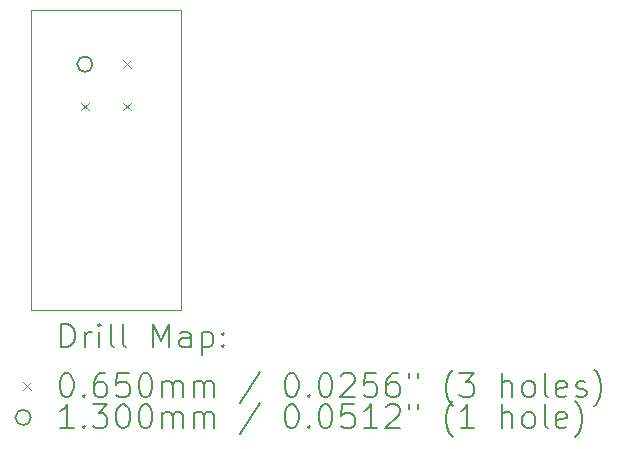
<source format=gbr>
%TF.GenerationSoftware,KiCad,Pcbnew,(6.0.7)*%
%TF.CreationDate,2022-08-12T15:34:31-07:00*%
%TF.ProjectId,mlx90614-breakout,6d6c7839-3036-4313-942d-627265616b6f,rev?*%
%TF.SameCoordinates,Original*%
%TF.FileFunction,Drillmap*%
%TF.FilePolarity,Positive*%
%FSLAX45Y45*%
G04 Gerber Fmt 4.5, Leading zero omitted, Abs format (unit mm)*
G04 Created by KiCad (PCBNEW (6.0.7)) date 2022-08-12 15:34:31*
%MOMM*%
%LPD*%
G01*
G04 APERTURE LIST*
%ADD10C,0.050000*%
%ADD11C,0.200000*%
%ADD12C,0.065000*%
%ADD13C,0.130000*%
G04 APERTURE END LIST*
D10*
X10460000Y-5810000D02*
X11730000Y-5810000D01*
X11730000Y-5810000D02*
X11730000Y-8350000D01*
X10460000Y-5810000D02*
X10460000Y-8350000D01*
X10460000Y-8350000D02*
X11730000Y-8350000D01*
D11*
D12*
X10882895Y-6592105D02*
X10947895Y-6657105D01*
X10947895Y-6592105D02*
X10882895Y-6657105D01*
X11242105Y-6232895D02*
X11307105Y-6297895D01*
X11307105Y-6232895D02*
X11242105Y-6297895D01*
X11242105Y-6592105D02*
X11307105Y-6657105D01*
X11307105Y-6592105D02*
X11242105Y-6657105D01*
D13*
X10980395Y-6265395D02*
G75*
G03*
X10980395Y-6265395I-65000J0D01*
G01*
D11*
X10715119Y-8662976D02*
X10715119Y-8462976D01*
X10762738Y-8462976D01*
X10791309Y-8472500D01*
X10810357Y-8491548D01*
X10819881Y-8510595D01*
X10829405Y-8548691D01*
X10829405Y-8577262D01*
X10819881Y-8615357D01*
X10810357Y-8634405D01*
X10791309Y-8653452D01*
X10762738Y-8662976D01*
X10715119Y-8662976D01*
X10915119Y-8662976D02*
X10915119Y-8529643D01*
X10915119Y-8567738D02*
X10924643Y-8548691D01*
X10934167Y-8539167D01*
X10953214Y-8529643D01*
X10972262Y-8529643D01*
X11038928Y-8662976D02*
X11038928Y-8529643D01*
X11038928Y-8462976D02*
X11029405Y-8472500D01*
X11038928Y-8482024D01*
X11048452Y-8472500D01*
X11038928Y-8462976D01*
X11038928Y-8482024D01*
X11162738Y-8662976D02*
X11143690Y-8653452D01*
X11134167Y-8634405D01*
X11134167Y-8462976D01*
X11267500Y-8662976D02*
X11248452Y-8653452D01*
X11238928Y-8634405D01*
X11238928Y-8462976D01*
X11496071Y-8662976D02*
X11496071Y-8462976D01*
X11562738Y-8605833D01*
X11629405Y-8462976D01*
X11629405Y-8662976D01*
X11810357Y-8662976D02*
X11810357Y-8558214D01*
X11800833Y-8539167D01*
X11781786Y-8529643D01*
X11743690Y-8529643D01*
X11724643Y-8539167D01*
X11810357Y-8653452D02*
X11791309Y-8662976D01*
X11743690Y-8662976D01*
X11724643Y-8653452D01*
X11715119Y-8634405D01*
X11715119Y-8615357D01*
X11724643Y-8596310D01*
X11743690Y-8586786D01*
X11791309Y-8586786D01*
X11810357Y-8577262D01*
X11905595Y-8529643D02*
X11905595Y-8729643D01*
X11905595Y-8539167D02*
X11924643Y-8529643D01*
X11962738Y-8529643D01*
X11981786Y-8539167D01*
X11991309Y-8548691D01*
X12000833Y-8567738D01*
X12000833Y-8624881D01*
X11991309Y-8643929D01*
X11981786Y-8653452D01*
X11962738Y-8662976D01*
X11924643Y-8662976D01*
X11905595Y-8653452D01*
X12086547Y-8643929D02*
X12096071Y-8653452D01*
X12086547Y-8662976D01*
X12077024Y-8653452D01*
X12086547Y-8643929D01*
X12086547Y-8662976D01*
X12086547Y-8539167D02*
X12096071Y-8548691D01*
X12086547Y-8558214D01*
X12077024Y-8548691D01*
X12086547Y-8539167D01*
X12086547Y-8558214D01*
D12*
X10392500Y-8960000D02*
X10457500Y-9025000D01*
X10457500Y-8960000D02*
X10392500Y-9025000D01*
D11*
X10753214Y-8882976D02*
X10772262Y-8882976D01*
X10791309Y-8892500D01*
X10800833Y-8902024D01*
X10810357Y-8921072D01*
X10819881Y-8959167D01*
X10819881Y-9006786D01*
X10810357Y-9044881D01*
X10800833Y-9063929D01*
X10791309Y-9073452D01*
X10772262Y-9082976D01*
X10753214Y-9082976D01*
X10734167Y-9073452D01*
X10724643Y-9063929D01*
X10715119Y-9044881D01*
X10705595Y-9006786D01*
X10705595Y-8959167D01*
X10715119Y-8921072D01*
X10724643Y-8902024D01*
X10734167Y-8892500D01*
X10753214Y-8882976D01*
X10905595Y-9063929D02*
X10915119Y-9073452D01*
X10905595Y-9082976D01*
X10896071Y-9073452D01*
X10905595Y-9063929D01*
X10905595Y-9082976D01*
X11086548Y-8882976D02*
X11048452Y-8882976D01*
X11029405Y-8892500D01*
X11019881Y-8902024D01*
X11000833Y-8930595D01*
X10991309Y-8968691D01*
X10991309Y-9044881D01*
X11000833Y-9063929D01*
X11010357Y-9073452D01*
X11029405Y-9082976D01*
X11067500Y-9082976D01*
X11086548Y-9073452D01*
X11096071Y-9063929D01*
X11105595Y-9044881D01*
X11105595Y-8997262D01*
X11096071Y-8978214D01*
X11086548Y-8968691D01*
X11067500Y-8959167D01*
X11029405Y-8959167D01*
X11010357Y-8968691D01*
X11000833Y-8978214D01*
X10991309Y-8997262D01*
X11286547Y-8882976D02*
X11191309Y-8882976D01*
X11181786Y-8978214D01*
X11191309Y-8968691D01*
X11210357Y-8959167D01*
X11257976Y-8959167D01*
X11277024Y-8968691D01*
X11286547Y-8978214D01*
X11296071Y-8997262D01*
X11296071Y-9044881D01*
X11286547Y-9063929D01*
X11277024Y-9073452D01*
X11257976Y-9082976D01*
X11210357Y-9082976D01*
X11191309Y-9073452D01*
X11181786Y-9063929D01*
X11419881Y-8882976D02*
X11438928Y-8882976D01*
X11457976Y-8892500D01*
X11467500Y-8902024D01*
X11477024Y-8921072D01*
X11486547Y-8959167D01*
X11486547Y-9006786D01*
X11477024Y-9044881D01*
X11467500Y-9063929D01*
X11457976Y-9073452D01*
X11438928Y-9082976D01*
X11419881Y-9082976D01*
X11400833Y-9073452D01*
X11391309Y-9063929D01*
X11381786Y-9044881D01*
X11372262Y-9006786D01*
X11372262Y-8959167D01*
X11381786Y-8921072D01*
X11391309Y-8902024D01*
X11400833Y-8892500D01*
X11419881Y-8882976D01*
X11572262Y-9082976D02*
X11572262Y-8949643D01*
X11572262Y-8968691D02*
X11581786Y-8959167D01*
X11600833Y-8949643D01*
X11629405Y-8949643D01*
X11648452Y-8959167D01*
X11657976Y-8978214D01*
X11657976Y-9082976D01*
X11657976Y-8978214D02*
X11667500Y-8959167D01*
X11686547Y-8949643D01*
X11715119Y-8949643D01*
X11734166Y-8959167D01*
X11743690Y-8978214D01*
X11743690Y-9082976D01*
X11838928Y-9082976D02*
X11838928Y-8949643D01*
X11838928Y-8968691D02*
X11848452Y-8959167D01*
X11867500Y-8949643D01*
X11896071Y-8949643D01*
X11915119Y-8959167D01*
X11924643Y-8978214D01*
X11924643Y-9082976D01*
X11924643Y-8978214D02*
X11934166Y-8959167D01*
X11953214Y-8949643D01*
X11981786Y-8949643D01*
X12000833Y-8959167D01*
X12010357Y-8978214D01*
X12010357Y-9082976D01*
X12400833Y-8873452D02*
X12229405Y-9130595D01*
X12657976Y-8882976D02*
X12677024Y-8882976D01*
X12696071Y-8892500D01*
X12705595Y-8902024D01*
X12715119Y-8921072D01*
X12724643Y-8959167D01*
X12724643Y-9006786D01*
X12715119Y-9044881D01*
X12705595Y-9063929D01*
X12696071Y-9073452D01*
X12677024Y-9082976D01*
X12657976Y-9082976D01*
X12638928Y-9073452D01*
X12629405Y-9063929D01*
X12619881Y-9044881D01*
X12610357Y-9006786D01*
X12610357Y-8959167D01*
X12619881Y-8921072D01*
X12629405Y-8902024D01*
X12638928Y-8892500D01*
X12657976Y-8882976D01*
X12810357Y-9063929D02*
X12819881Y-9073452D01*
X12810357Y-9082976D01*
X12800833Y-9073452D01*
X12810357Y-9063929D01*
X12810357Y-9082976D01*
X12943690Y-8882976D02*
X12962738Y-8882976D01*
X12981786Y-8892500D01*
X12991309Y-8902024D01*
X13000833Y-8921072D01*
X13010357Y-8959167D01*
X13010357Y-9006786D01*
X13000833Y-9044881D01*
X12991309Y-9063929D01*
X12981786Y-9073452D01*
X12962738Y-9082976D01*
X12943690Y-9082976D01*
X12924643Y-9073452D01*
X12915119Y-9063929D01*
X12905595Y-9044881D01*
X12896071Y-9006786D01*
X12896071Y-8959167D01*
X12905595Y-8921072D01*
X12915119Y-8902024D01*
X12924643Y-8892500D01*
X12943690Y-8882976D01*
X13086547Y-8902024D02*
X13096071Y-8892500D01*
X13115119Y-8882976D01*
X13162738Y-8882976D01*
X13181786Y-8892500D01*
X13191309Y-8902024D01*
X13200833Y-8921072D01*
X13200833Y-8940119D01*
X13191309Y-8968691D01*
X13077024Y-9082976D01*
X13200833Y-9082976D01*
X13381786Y-8882976D02*
X13286547Y-8882976D01*
X13277024Y-8978214D01*
X13286547Y-8968691D01*
X13305595Y-8959167D01*
X13353214Y-8959167D01*
X13372262Y-8968691D01*
X13381786Y-8978214D01*
X13391309Y-8997262D01*
X13391309Y-9044881D01*
X13381786Y-9063929D01*
X13372262Y-9073452D01*
X13353214Y-9082976D01*
X13305595Y-9082976D01*
X13286547Y-9073452D01*
X13277024Y-9063929D01*
X13562738Y-8882976D02*
X13524643Y-8882976D01*
X13505595Y-8892500D01*
X13496071Y-8902024D01*
X13477024Y-8930595D01*
X13467500Y-8968691D01*
X13467500Y-9044881D01*
X13477024Y-9063929D01*
X13486547Y-9073452D01*
X13505595Y-9082976D01*
X13543690Y-9082976D01*
X13562738Y-9073452D01*
X13572262Y-9063929D01*
X13581786Y-9044881D01*
X13581786Y-8997262D01*
X13572262Y-8978214D01*
X13562738Y-8968691D01*
X13543690Y-8959167D01*
X13505595Y-8959167D01*
X13486547Y-8968691D01*
X13477024Y-8978214D01*
X13467500Y-8997262D01*
X13657976Y-8882976D02*
X13657976Y-8921072D01*
X13734166Y-8882976D02*
X13734166Y-8921072D01*
X14029405Y-9159167D02*
X14019881Y-9149643D01*
X14000833Y-9121072D01*
X13991309Y-9102024D01*
X13981786Y-9073452D01*
X13972262Y-9025833D01*
X13972262Y-8987738D01*
X13981786Y-8940119D01*
X13991309Y-8911548D01*
X14000833Y-8892500D01*
X14019881Y-8863929D01*
X14029405Y-8854405D01*
X14086547Y-8882976D02*
X14210357Y-8882976D01*
X14143690Y-8959167D01*
X14172262Y-8959167D01*
X14191309Y-8968691D01*
X14200833Y-8978214D01*
X14210357Y-8997262D01*
X14210357Y-9044881D01*
X14200833Y-9063929D01*
X14191309Y-9073452D01*
X14172262Y-9082976D01*
X14115119Y-9082976D01*
X14096071Y-9073452D01*
X14086547Y-9063929D01*
X14448452Y-9082976D02*
X14448452Y-8882976D01*
X14534166Y-9082976D02*
X14534166Y-8978214D01*
X14524643Y-8959167D01*
X14505595Y-8949643D01*
X14477024Y-8949643D01*
X14457976Y-8959167D01*
X14448452Y-8968691D01*
X14657976Y-9082976D02*
X14638928Y-9073452D01*
X14629405Y-9063929D01*
X14619881Y-9044881D01*
X14619881Y-8987738D01*
X14629405Y-8968691D01*
X14638928Y-8959167D01*
X14657976Y-8949643D01*
X14686547Y-8949643D01*
X14705595Y-8959167D01*
X14715119Y-8968691D01*
X14724643Y-8987738D01*
X14724643Y-9044881D01*
X14715119Y-9063929D01*
X14705595Y-9073452D01*
X14686547Y-9082976D01*
X14657976Y-9082976D01*
X14838928Y-9082976D02*
X14819881Y-9073452D01*
X14810357Y-9054405D01*
X14810357Y-8882976D01*
X14991309Y-9073452D02*
X14972262Y-9082976D01*
X14934166Y-9082976D01*
X14915119Y-9073452D01*
X14905595Y-9054405D01*
X14905595Y-8978214D01*
X14915119Y-8959167D01*
X14934166Y-8949643D01*
X14972262Y-8949643D01*
X14991309Y-8959167D01*
X15000833Y-8978214D01*
X15000833Y-8997262D01*
X14905595Y-9016310D01*
X15077024Y-9073452D02*
X15096071Y-9082976D01*
X15134166Y-9082976D01*
X15153214Y-9073452D01*
X15162738Y-9054405D01*
X15162738Y-9044881D01*
X15153214Y-9025833D01*
X15134166Y-9016310D01*
X15105595Y-9016310D01*
X15086547Y-9006786D01*
X15077024Y-8987738D01*
X15077024Y-8978214D01*
X15086547Y-8959167D01*
X15105595Y-8949643D01*
X15134166Y-8949643D01*
X15153214Y-8959167D01*
X15229405Y-9159167D02*
X15238928Y-9149643D01*
X15257976Y-9121072D01*
X15267500Y-9102024D01*
X15277024Y-9073452D01*
X15286547Y-9025833D01*
X15286547Y-8987738D01*
X15277024Y-8940119D01*
X15267500Y-8911548D01*
X15257976Y-8892500D01*
X15238928Y-8863929D01*
X15229405Y-8854405D01*
D13*
X10457500Y-9256500D02*
G75*
G03*
X10457500Y-9256500I-65000J0D01*
G01*
D11*
X10819881Y-9346976D02*
X10705595Y-9346976D01*
X10762738Y-9346976D02*
X10762738Y-9146976D01*
X10743690Y-9175548D01*
X10724643Y-9194595D01*
X10705595Y-9204119D01*
X10905595Y-9327929D02*
X10915119Y-9337452D01*
X10905595Y-9346976D01*
X10896071Y-9337452D01*
X10905595Y-9327929D01*
X10905595Y-9346976D01*
X10981786Y-9146976D02*
X11105595Y-9146976D01*
X11038928Y-9223167D01*
X11067500Y-9223167D01*
X11086548Y-9232691D01*
X11096071Y-9242214D01*
X11105595Y-9261262D01*
X11105595Y-9308881D01*
X11096071Y-9327929D01*
X11086548Y-9337452D01*
X11067500Y-9346976D01*
X11010357Y-9346976D01*
X10991309Y-9337452D01*
X10981786Y-9327929D01*
X11229405Y-9146976D02*
X11248452Y-9146976D01*
X11267500Y-9156500D01*
X11277024Y-9166024D01*
X11286547Y-9185072D01*
X11296071Y-9223167D01*
X11296071Y-9270786D01*
X11286547Y-9308881D01*
X11277024Y-9327929D01*
X11267500Y-9337452D01*
X11248452Y-9346976D01*
X11229405Y-9346976D01*
X11210357Y-9337452D01*
X11200833Y-9327929D01*
X11191309Y-9308881D01*
X11181786Y-9270786D01*
X11181786Y-9223167D01*
X11191309Y-9185072D01*
X11200833Y-9166024D01*
X11210357Y-9156500D01*
X11229405Y-9146976D01*
X11419881Y-9146976D02*
X11438928Y-9146976D01*
X11457976Y-9156500D01*
X11467500Y-9166024D01*
X11477024Y-9185072D01*
X11486547Y-9223167D01*
X11486547Y-9270786D01*
X11477024Y-9308881D01*
X11467500Y-9327929D01*
X11457976Y-9337452D01*
X11438928Y-9346976D01*
X11419881Y-9346976D01*
X11400833Y-9337452D01*
X11391309Y-9327929D01*
X11381786Y-9308881D01*
X11372262Y-9270786D01*
X11372262Y-9223167D01*
X11381786Y-9185072D01*
X11391309Y-9166024D01*
X11400833Y-9156500D01*
X11419881Y-9146976D01*
X11572262Y-9346976D02*
X11572262Y-9213643D01*
X11572262Y-9232691D02*
X11581786Y-9223167D01*
X11600833Y-9213643D01*
X11629405Y-9213643D01*
X11648452Y-9223167D01*
X11657976Y-9242214D01*
X11657976Y-9346976D01*
X11657976Y-9242214D02*
X11667500Y-9223167D01*
X11686547Y-9213643D01*
X11715119Y-9213643D01*
X11734166Y-9223167D01*
X11743690Y-9242214D01*
X11743690Y-9346976D01*
X11838928Y-9346976D02*
X11838928Y-9213643D01*
X11838928Y-9232691D02*
X11848452Y-9223167D01*
X11867500Y-9213643D01*
X11896071Y-9213643D01*
X11915119Y-9223167D01*
X11924643Y-9242214D01*
X11924643Y-9346976D01*
X11924643Y-9242214D02*
X11934166Y-9223167D01*
X11953214Y-9213643D01*
X11981786Y-9213643D01*
X12000833Y-9223167D01*
X12010357Y-9242214D01*
X12010357Y-9346976D01*
X12400833Y-9137452D02*
X12229405Y-9394595D01*
X12657976Y-9146976D02*
X12677024Y-9146976D01*
X12696071Y-9156500D01*
X12705595Y-9166024D01*
X12715119Y-9185072D01*
X12724643Y-9223167D01*
X12724643Y-9270786D01*
X12715119Y-9308881D01*
X12705595Y-9327929D01*
X12696071Y-9337452D01*
X12677024Y-9346976D01*
X12657976Y-9346976D01*
X12638928Y-9337452D01*
X12629405Y-9327929D01*
X12619881Y-9308881D01*
X12610357Y-9270786D01*
X12610357Y-9223167D01*
X12619881Y-9185072D01*
X12629405Y-9166024D01*
X12638928Y-9156500D01*
X12657976Y-9146976D01*
X12810357Y-9327929D02*
X12819881Y-9337452D01*
X12810357Y-9346976D01*
X12800833Y-9337452D01*
X12810357Y-9327929D01*
X12810357Y-9346976D01*
X12943690Y-9146976D02*
X12962738Y-9146976D01*
X12981786Y-9156500D01*
X12991309Y-9166024D01*
X13000833Y-9185072D01*
X13010357Y-9223167D01*
X13010357Y-9270786D01*
X13000833Y-9308881D01*
X12991309Y-9327929D01*
X12981786Y-9337452D01*
X12962738Y-9346976D01*
X12943690Y-9346976D01*
X12924643Y-9337452D01*
X12915119Y-9327929D01*
X12905595Y-9308881D01*
X12896071Y-9270786D01*
X12896071Y-9223167D01*
X12905595Y-9185072D01*
X12915119Y-9166024D01*
X12924643Y-9156500D01*
X12943690Y-9146976D01*
X13191309Y-9146976D02*
X13096071Y-9146976D01*
X13086547Y-9242214D01*
X13096071Y-9232691D01*
X13115119Y-9223167D01*
X13162738Y-9223167D01*
X13181786Y-9232691D01*
X13191309Y-9242214D01*
X13200833Y-9261262D01*
X13200833Y-9308881D01*
X13191309Y-9327929D01*
X13181786Y-9337452D01*
X13162738Y-9346976D01*
X13115119Y-9346976D01*
X13096071Y-9337452D01*
X13086547Y-9327929D01*
X13391309Y-9346976D02*
X13277024Y-9346976D01*
X13334166Y-9346976D02*
X13334166Y-9146976D01*
X13315119Y-9175548D01*
X13296071Y-9194595D01*
X13277024Y-9204119D01*
X13467500Y-9166024D02*
X13477024Y-9156500D01*
X13496071Y-9146976D01*
X13543690Y-9146976D01*
X13562738Y-9156500D01*
X13572262Y-9166024D01*
X13581786Y-9185072D01*
X13581786Y-9204119D01*
X13572262Y-9232691D01*
X13457976Y-9346976D01*
X13581786Y-9346976D01*
X13657976Y-9146976D02*
X13657976Y-9185072D01*
X13734166Y-9146976D02*
X13734166Y-9185072D01*
X14029405Y-9423167D02*
X14019881Y-9413643D01*
X14000833Y-9385072D01*
X13991309Y-9366024D01*
X13981786Y-9337452D01*
X13972262Y-9289833D01*
X13972262Y-9251738D01*
X13981786Y-9204119D01*
X13991309Y-9175548D01*
X14000833Y-9156500D01*
X14019881Y-9127929D01*
X14029405Y-9118405D01*
X14210357Y-9346976D02*
X14096071Y-9346976D01*
X14153214Y-9346976D02*
X14153214Y-9146976D01*
X14134166Y-9175548D01*
X14115119Y-9194595D01*
X14096071Y-9204119D01*
X14448452Y-9346976D02*
X14448452Y-9146976D01*
X14534166Y-9346976D02*
X14534166Y-9242214D01*
X14524643Y-9223167D01*
X14505595Y-9213643D01*
X14477024Y-9213643D01*
X14457976Y-9223167D01*
X14448452Y-9232691D01*
X14657976Y-9346976D02*
X14638928Y-9337452D01*
X14629405Y-9327929D01*
X14619881Y-9308881D01*
X14619881Y-9251738D01*
X14629405Y-9232691D01*
X14638928Y-9223167D01*
X14657976Y-9213643D01*
X14686547Y-9213643D01*
X14705595Y-9223167D01*
X14715119Y-9232691D01*
X14724643Y-9251738D01*
X14724643Y-9308881D01*
X14715119Y-9327929D01*
X14705595Y-9337452D01*
X14686547Y-9346976D01*
X14657976Y-9346976D01*
X14838928Y-9346976D02*
X14819881Y-9337452D01*
X14810357Y-9318405D01*
X14810357Y-9146976D01*
X14991309Y-9337452D02*
X14972262Y-9346976D01*
X14934166Y-9346976D01*
X14915119Y-9337452D01*
X14905595Y-9318405D01*
X14905595Y-9242214D01*
X14915119Y-9223167D01*
X14934166Y-9213643D01*
X14972262Y-9213643D01*
X14991309Y-9223167D01*
X15000833Y-9242214D01*
X15000833Y-9261262D01*
X14905595Y-9280310D01*
X15067500Y-9423167D02*
X15077024Y-9413643D01*
X15096071Y-9385072D01*
X15105595Y-9366024D01*
X15115119Y-9337452D01*
X15124643Y-9289833D01*
X15124643Y-9251738D01*
X15115119Y-9204119D01*
X15105595Y-9175548D01*
X15096071Y-9156500D01*
X15077024Y-9127929D01*
X15067500Y-9118405D01*
M02*

</source>
